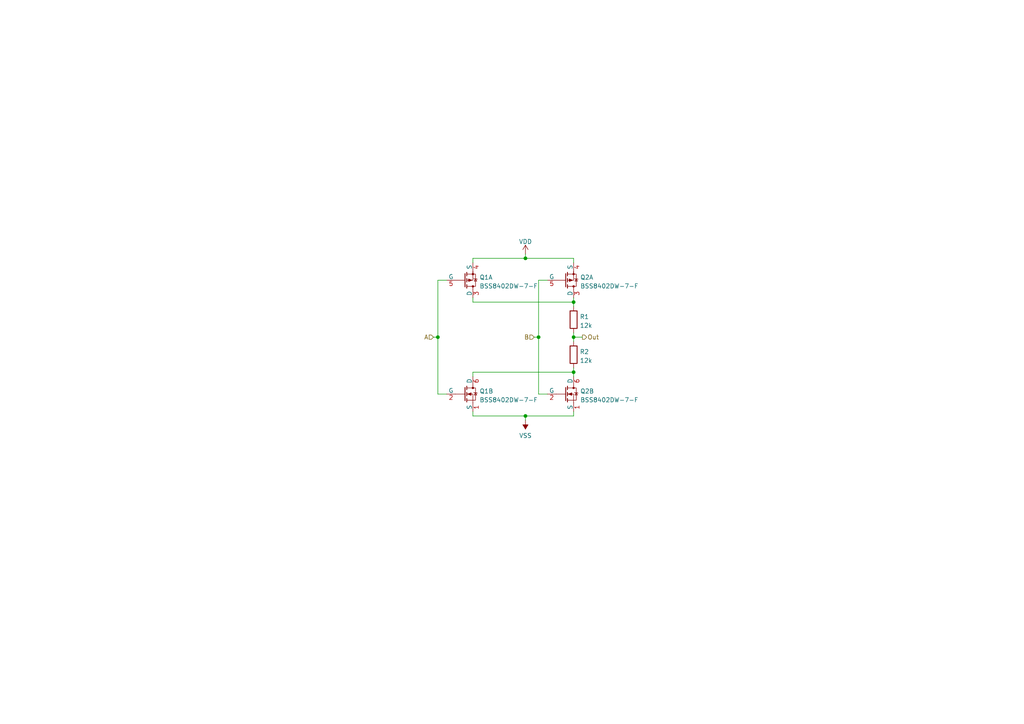
<source format=kicad_sch>
(kicad_sch (version 20211123) (generator eeschema)
  (paper "A4")
  (title_block (title "Balanced Ternary Not Conensus Gate") (date "2022-08-05") (rev "0"))
  (lib_symbols
    (symbol "Device:R" (pin_numbers hide) (pin_names (offset 0))
      (property "Reference" "R" (at 2.032 0 90))
      (property "Value" "R" (at 0 0 90))
      (symbol "R_0_1"
        (rectangle (start -1.016 -2.54) (end 1.016 2.54) (stroke (width 0.254)))
      )
      (symbol "R_1_1"
        (pin passive line (at 0 3.81 270) (length 1.27) (name "~") (number "1"))
        (pin passive line (at 0 -3.81 90) (length 1.27) (name "~") (number "2"))
      )
    )
    (symbol "Tritium:BSS8402DW-7-F" (pin_names (offset 0))
      (property "Reference" "Q" (at 2.54 1.27 0))
      (property "Value" "BSS8402DW-7-F" (at 2.54 -1.27 0))
      (symbol "BSS8402DW-7-F_0_1"
        (polyline (pts (xy -2.286 -1.905) (xy -2.286 1.905)) (stroke (width 0.254)))
        (polyline (pts (xy -2.286 0) (xy -5.08 0)))
        (polyline (pts (xy -1.778 -2.286) (xy -1.778 -1.27)) (stroke (width 0.254)))
        (polyline (pts (xy -1.778 -0.508) (xy -1.778 0.508)) (stroke (width 0.254)))
        (polyline (pts (xy -1.778 1.27) (xy -1.778 2.286)) (stroke (width 0.254)))
        (polyline (pts (xy 0 2.54) (xy 0 1.778)))
        (polyline (pts (xy -1.778 -1.778) (xy 0.762 -1.778) (xy 0.762 1.778) (xy -1.778 1.778)))
        (polyline (pts (xy 0.254 0.508) (xy 0.381 0.381) (xy 1.143 0.381) (xy 1.27 0.254)))
        (polyline (pts (xy 0.762 0.381) (xy 0.381 -0.254) (xy 1.143 -0.254) (xy 0.762 0.381)))
        (circle (center 0 1.778) (radius 0.254) (fill (type outline)))
      )
      (symbol "BSS8402DW-7-F_1_1"
        (circle (center 0 -1.778) (radius 0.254) (fill (type outline)))
        (polyline (pts (xy 0 -2.54) (xy 0 -1.778)))
        (polyline (pts (xy 0 2.54) (xy 0 0) (xy -1.778 0)))
        (polyline (pts (xy -0.254 0) (xy -1.27 -0.381) (xy -1.27 0.381) (xy -0.254 0)) (fill (type outline)))
        (pin passive line (at 0 -5.08 90) (length 2.54) (name "D") (number "3"))
        (pin passive line (at 0 5.08 270) (length 2.54) (name "S") (number "4"))
        (pin input line (at -7.62 0 0) (length 2.54) (name "G") (number "5"))
      )
      (symbol "BSS8402DW-7-F_2_1"
        (polyline (pts (xy 0 -2.54) (xy 0 0) (xy -1.778 0)))
        (polyline (pts (xy -1.524 0) (xy -0.508 0.381) (xy -0.508 -0.381) (xy -1.524 0)) (fill (type outline)))
        (pin passive line (at 0 -5.08 90) (length 2.54) (name "S") (number "1"))
        (pin input line (at -7.62 0 0) (length 2.54) (name "G") (number "2"))
        (pin passive line (at 0 5.08 270) (length 2.54) (name "D") (number "6"))
      )
    )
    (symbol "power:VDD" (power) (pin_names (offset 0))
      (property "Value" "VDD" (at 0 3.81 0))
      (symbol "VDD_0_1"
        (polyline (pts (xy -0.762 1.27) (xy 0 2.54)))
        (polyline (pts (xy 0 0) (xy 0 2.54)))
        (polyline (pts (xy 0 2.54) (xy 0.762 1.27)))
      )
      (symbol "VDD_1_1"
        (pin power_in line (at 0 0 90) (length 0) hide (name "VDD") (number "1"))
      )
    )
    (symbol "power:VSS" (power) (pin_names (offset 0))
      (property "Value" "VSS" (at 0 3.81 0))
      (symbol "VSS_0_1"
        (polyline (pts (xy 0 0) (xy 0 2.54)))
        (polyline (pts (xy 0.762 1.27) (xy -0.762 1.27) (xy 0 2.54) (xy 0.762 1.27)) (fill (type outline)))
      )
      (symbol "VSS_1_1"
        (pin power_in line (at 0 0 90) (length 0) hide (name "VSS") (number "1"))
      )
    )
  )
  (junction (at 156.21 97.79))
  (junction (at 152.4 120.65))
  (junction (at 152.4 74.93))
  (junction (at 127 97.79))
  (junction (at 166.37 97.79))
  (junction (at 166.37 107.95))
  (junction (at 166.37 87.63))
  (wire (pts (xy 127 97.79) (xy 127 114.3)))
  (wire (pts (xy 154.94 97.79) (xy 156.21 97.79)))
  (wire (pts (xy 152.4 73.66) (xy 152.4 74.93)))
  (wire (pts (xy 166.37 87.63) (xy 166.37 88.9)))
  (wire (pts (xy 166.37 76.2) (xy 166.37 74.93)))
  (wire (pts (xy 137.16 74.93) (xy 137.16 76.2)))
  (wire (pts (xy 166.37 97.79) (xy 166.37 99.06)))
  (wire (pts (xy 137.16 86.36) (xy 137.16 87.63)))
  (wire (pts (xy 166.37 97.79) (xy 168.91 97.79)))
  (wire (pts (xy 158.75 81.28) (xy 156.21 81.28)))
  (wire (pts (xy 152.4 120.65) (xy 137.16 120.65)))
  (wire (pts (xy 156.21 114.3) (xy 158.75 114.3)))
  (wire (pts (xy 166.37 74.93) (xy 152.4 74.93)))
  (wire (pts (xy 166.37 107.95) (xy 166.37 109.22)))
  (wire (pts (xy 166.37 96.52) (xy 166.37 97.79)))
  (wire (pts (xy 129.54 81.28) (xy 127 81.28)))
  (wire (pts (xy 137.16 120.65) (xy 137.16 119.38)))
  (wire (pts (xy 166.37 119.38) (xy 166.37 120.65)))
  (wire (pts (xy 156.21 97.79) (xy 156.21 114.3)))
  (wire (pts (xy 125.73 97.79) (xy 127 97.79)))
  (wire (pts (xy 166.37 107.95) (xy 166.37 106.68)))
  (wire (pts (xy 137.16 87.63) (xy 166.37 87.63)))
  (wire (pts (xy 127 81.28) (xy 127 97.79)))
  (wire (pts (xy 166.37 87.63) (xy 166.37 86.36)))
  (wire (pts (xy 137.16 107.95) (xy 166.37 107.95)))
  (wire (pts (xy 152.4 74.93) (xy 137.16 74.93)))
  (wire (pts (xy 156.21 81.28) (xy 156.21 97.79)))
  (wire (pts (xy 127 114.3) (xy 129.54 114.3)))
  (wire (pts (xy 166.37 120.65) (xy 152.4 120.65)))
  (wire (pts (xy 137.16 109.22) (xy 137.16 107.95)))
  (wire (pts (xy 152.4 120.65) (xy 152.4 121.92)))
  (hierarchical_label "Out" (shape output) (at 168.91 97.79 0))
  (hierarchical_label "B" (shape input) (at 154.94 97.79 180))
  (hierarchical_label "A" (shape input) (at 125.73 97.79 180))
  (symbol (lib_id "Device:R") (at 166.37 102.87 0) (unit 1)
    (property "Reference" "R2" (at 168.148 102.0353 0) (effects (justify left)))
    (property "Value" "12k" (at 168.148 104.5722 0) (effects (justify left)))
    (property "Footprint" "Resistor_SMD:R_0603_1608Metric_Pad0.98x0.95mm_HandSolder" (effects hide))
  )
  (symbol (lib_id "Tritium:BSS8402DW-7-F") (at 137.16 81.28 0) (unit 1)
    (property "Reference" "Q1" (at 139.065 80.4453 0) (effects (justify left)))
    (property "Value" "BSS8402DW-7-F" (at 139.065 82.9822 0) (effects (justify left)))
    (property "Footprint" "Package_TO_SOT_SMD:SOT-363_SC-70-6_Handsoldering" (effects hide))
    (property "Datasheet" "https://www.diodes.com/assets/Datasheets/ds30380.pdf" (effects hide))
    (property "Spice_Primitive" "X" (effects hide))
    (property "Spice_Model" "BSS8402DW" (effects hide))
    (property "Spice_Netlist_Enabled" "Y" (effects hide))
    (property "Spice_Lib_File" "/lab/dev/tritium/library/TritiumSpice.lib" (effects hide))
  )
  (symbol (lib_id "Device:R") (at 166.37 92.71 0) (unit 1)
    (property "Reference" "R1" (at 168.148 91.8753 0) (effects (justify left)))
    (property "Value" "12k" (at 168.148 94.4122 0) (effects (justify left)))
    (property "Footprint" "Resistor_SMD:R_0603_1608Metric_Pad0.98x0.95mm_HandSolder" (effects hide))
  )
  (symbol (lib_id "power:VDD") (at 152.4 73.66 0) (unit 1)
    (property "Reference" "#PWR0101" (effects hide))
    (property "Value" "VDD" (at 152.4 70.0842 0))
  )
  (symbol (lib_id "power:VSS") (at 152.4 121.92 180) (unit 1)
    (property "Reference" "#PWR0102" (effects hide))
    (property "Value" "VSS" (at 152.4 126.3634 0))
  )
  (symbol (lib_id "Tritium:BSS8402DW-7-F") (at 137.16 114.3 0) (unit 2)
    (property "Reference" "Q1" (at 139.065 113.4653 0) (effects (justify left)))
    (property "Value" "BSS8402DW-7-F" (at 139.065 116.0022 0) (effects (justify left)))
    (property "Footprint" "Package_TO_SOT_SMD:SOT-363_SC-70-6_Handsoldering" (effects hide))
    (property "Datasheet" "https://www.diodes.com/assets/Datasheets/ds30380.pdf" (effects hide))
    (property "Spice_Primitive" "X" (effects hide))
    (property "Spice_Model" "BSS8402DW" (effects hide))
    (property "Spice_Netlist_Enabled" "Y" (effects hide))
    (property "Spice_Lib_File" "/lab/dev/tritium/library/TritiumSpice.lib" (effects hide))
  )
  (symbol (lib_id "Tritium:BSS8402DW-7-F") (at 166.37 81.28 0) (unit 1)
    (property "Reference" "Q2" (at 168.275 80.4453 0) (effects (justify left)))
    (property "Value" "BSS8402DW-7-F" (at 168.275 82.9822 0) (effects (justify left)))
    (property "Footprint" "Package_TO_SOT_SMD:SOT-363_SC-70-6_Handsoldering" (effects hide))
    (property "Datasheet" "https://www.diodes.com/assets/Datasheets/ds30380.pdf" (effects hide))
    (property "Spice_Primitive" "X" (effects hide))
    (property "Spice_Model" "BSS8402DW" (effects hide))
    (property "Spice_Netlist_Enabled" "Y" (effects hide))
    (property "Spice_Lib_File" "/lab/dev/tritium/library/TritiumSpice.lib" (effects hide))
  )
  (symbol (lib_id "Tritium:BSS8402DW-7-F") (at 166.37 114.3 0) (unit 2)
    (property "Reference" "Q2" (at 168.275 113.4653 0) (effects (justify left)))
    (property "Value" "BSS8402DW-7-F" (at 168.275 116.0022 0) (effects (justify left)))
    (property "Footprint" "Package_TO_SOT_SMD:SOT-363_SC-70-6_Handsoldering" (effects hide))
    (property "Datasheet" "https://www.diodes.com/assets/Datasheets/ds30380.pdf" (effects hide))
    (property "Spice_Primitive" "X" (effects hide))
    (property "Spice_Model" "BSS8402DW" (effects hide))
    (property "Spice_Netlist_Enabled" "Y" (effects hide))
    (property "Spice_Lib_File" "/lab/dev/tritium/library/TritiumSpice.lib" (effects hide))
  )
)
</source>
